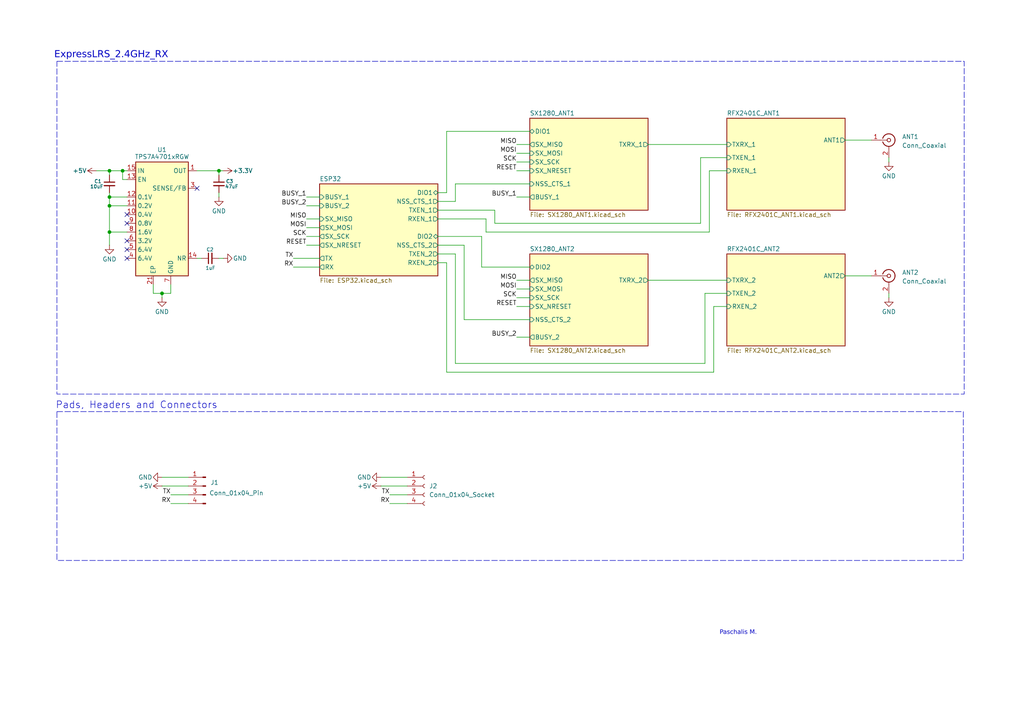
<source format=kicad_sch>
(kicad_sch (version 20250114) (generator "eeschema") (generator_version "9.0")
  (paper "A4")
  (title_block (title "TD1_2.4GHz True Antenna Diversity RX Boards - Version 1") (date "2025-02-23") (rev "1.0") (company "https://github.com/Paschalis | TeodoraMiu") (comment 3 "The receiver utilizes two independent Semtech LoRa chips."))
  (lib_symbols
    (symbol "Connector:Conn_01x04_Pin" (pin_names (offset 1.016) (hide yes))
      (property "Reference" "J" (at 0 5.08 0))
      (property "Value" "Conn_01x04_Pin" (at 0 -7.62 0))
      (symbol "Conn_01x04_Pin_1_1"
        (rectangle (start 0.8636 2.667) (end 0 2.413) (stroke (width 0.1524)) (fill (type outline)))
        (rectangle (start 0.8636 0.127) (end 0 -0.127) (stroke (width 0.1524)) (fill (type outline)))
        (rectangle (start 0.8636 -2.413) (end 0 -2.667) (stroke (width 0.1524)) (fill (type outline)))
        (rectangle (start 0.8636 -4.953) (end 0 -5.207) (stroke (width 0.1524)) (fill (type outline)))
        (polyline (pts (xy 1.27 2.54) (xy 0.8636 2.54)) (stroke (width 0.1524)))
        (polyline (pts (xy 1.27 0) (xy 0.8636 0)) (stroke (width 0.1524)))
        (polyline (pts (xy 1.27 -2.54) (xy 0.8636 -2.54)) (stroke (width 0.1524)))
        (polyline (pts (xy 1.27 -5.08) (xy 0.8636 -5.08)) (stroke (width 0.1524)))
        (pin passive line (at 5.08 2.54 180) (length 3.81) (name "Pin_1") (number "1"))
        (pin passive line (at 5.08 0 180) (length 3.81) (name "Pin_2") (number "2"))
        (pin passive line (at 5.08 -2.54 180) (length 3.81) (name "Pin_3") (number "3"))
        (pin passive line (at 5.08 -5.08 180) (length 3.81) (name "Pin_4") (number "4"))
      )
    )
    (symbol "Connector:Conn_01x04_Socket" (pin_names (offset 1.016) (hide yes))
      (property "Reference" "J" (at 0 5.08 0))
      (property "Value" "Conn_01x04_Socket" (at 0 -7.62 0))
      (symbol "Conn_01x04_Socket_1_1"
        (polyline (pts (xy -1.27 2.54) (xy -0.508 2.54)) (stroke (width 0.1524)))
        (polyline (pts (xy -1.27 0) (xy -0.508 0)) (stroke (width 0.1524)))
        (polyline (pts (xy -1.27 -2.54) (xy -0.508 -2.54)) (stroke (width 0.1524)))
        (polyline (pts (xy -1.27 -5.08) (xy -0.508 -5.08)) (stroke (width 0.1524)))
        (arc (start 0 2.032) (mid -0.5058 2.54) (end 0 3.048) (stroke (width 0.1524)))
        (arc (start 0 -0.508) (mid -0.5058 0) (end 0 0.508) (stroke (width 0.1524)))
        (arc (start 0 -3.048) (mid -0.5058 -2.54) (end 0 -2.032) (stroke (width 0.1524)))
        (arc (start 0 -5.588) (mid -0.5058 -5.08) (end 0 -4.572) (stroke (width 0.1524)))
        (pin passive line (at -5.08 2.54 0) (length 3.81) (name "Pin_1") (number "1"))
        (pin passive line (at -5.08 0 0) (length 3.81) (name "Pin_2") (number "2"))
        (pin passive line (at -5.08 -2.54 0) (length 3.81) (name "Pin_3") (number "3"))
        (pin passive line (at -5.08 -5.08 0) (length 3.81) (name "Pin_4") (number "4"))
      )
    )
    (symbol "Connector:Conn_Coaxial" (pin_names (offset 1.016) (hide yes))
      (property "Reference" "J" (at 0.254 3.048 0))
      (property "Value" "Conn_Coaxial" (at 2.921 0 90))
      (symbol "Conn_Coaxial_0_1"
        (polyline (pts (xy -2.54 0) (xy -0.508 0)))
        (arc (start 1.778 0) (mid 0.222 -1.8079) (end -1.778 -0.508) (stroke (width 0.254)))
        (arc (start -1.778 0.508) (mid 0.2221 1.8084) (end 1.778 0) (stroke (width 0.254)))
        (circle (center 0 0) (radius 0.508) (stroke (width 0.2032)))
        (polyline (pts (xy 0 -2.54) (xy 0 -1.778)))
      )
      (symbol "Conn_Coaxial_1_1"
        (pin passive line (at -5.08 0 0) (length 2.54) (name "In") (number "1"))
        (pin passive line (at 0 -5.08 90) (length 2.54) (name "Ext") (number "2"))
      )
    )
    (symbol "Device:C_Small" (pin_numbers (hide yes)) (pin_names (offset 0.254) (hide yes))
      (property "Reference" "C" (at 0.254 1.778 0))
      (property "Value" "C_Small" (at 0.254 -2.032 0))
      (symbol "C_Small_0_1"
        (polyline (pts (xy -1.524 0.508) (xy 1.524 0.508)) (stroke (width 0.3048)))
        (polyline (pts (xy -1.524 -0.508) (xy 1.524 -0.508)) (stroke (width 0.3302)))
      )
      (symbol "C_Small_1_1"
        (pin passive line (at 0 2.54 270) (length 2.032) (name "~") (number "1"))
        (pin passive line (at 0 -2.54 90) (length 2.032) (name "~") (number "2"))
      )
    )
    (symbol "Regulator_Linear:TPS7A4701xRGW"
      (property "Reference" "U" (at -6.35 19.05 0))
      (property "Value" "TPS7A4701xRGW" (at 3.81 19.05 0))
      (symbol "TPS7A4701xRGW_0_1"
        (rectangle (start -7.62 17.78) (end 7.62 -15.24) (stroke (width 0.254)) (fill (type background)))
      )
      (symbol "TPS7A4701xRGW_1_1"
        (pin power_in line (at -10.16 15.24 0) (length 2.54) (name "IN") (number "15"))
        (pin passive line (at -10.16 15.24 0) (length 2.54) (hide yes) (name "IN") (number "16"))
        (pin input line (at -10.16 12.7 0) (length 2.54) (name "EN") (number "13"))
        (pin input line (at -10.16 7.62 0) (length 2.54) (name "0.1V") (number "12"))
        (pin input line (at -10.16 5.08 0) (length 2.54) (name "0.2V") (number "11"))
        (pin input line (at -10.16 2.54 0) (length 2.54) (name "0.4V") (number "10"))
        (pin input line (at -10.16 0 0) (length 2.54) (name "0.8V") (number "9"))
        (pin input line (at -10.16 -2.54 0) (length 2.54) (name "1.6V") (number "8"))
        (pin input line (at -10.16 -5.08 0) (length 2.54) (name "3.2V") (number "6"))
        (pin input line (at -10.16 -7.62 0) (length 2.54) (name "6.4V") (number "5"))
        (pin input line (at -10.16 -10.16 0) (length 2.54) (name "6.4V") (number "4"))
        (pin passive line (at -2.54 -17.78 90) (length 2.54) (name "EP") (number "21"))
        (pin power_in line (at 2.54 -17.78 90) (length 2.54) (name "GND") (number "7"))
        (pin power_out line (at 10.16 15.24 180) (length 2.54) (name "OUT") (number "1"))
        (pin power_out line (at 10.16 15.24 180) (length 2.54) (hide yes) (name "OUT") (number "20"))
        (pin input line (at 10.16 10.16 180) (length 2.54) (name "SENSE/FB") (number "3"))
        (pin passive line (at 10.16 -10.16 180) (length 2.54) (name "NR") (number "14"))
      )
    )
    (symbol "power:+3.3V" (power) (pin_numbers (hide yes)) (pin_names (offset 0) (hide yes))
      (property "Value" "+3.3V" (at 0 3.556 0))
      (symbol "+3.3V_0_1"
        (polyline (pts (xy -0.762 1.27) (xy 0 2.54)))
        (polyline (pts (xy 0 2.54) (xy 0.762 1.27)))
        (polyline (pts (xy 0 0) (xy 0 2.54)))
      )
      (symbol "+3.3V_1_1"
        (pin power_in line (at 0 0 90) (length 0) (name "~") (number "1"))
      )
    )
    (symbol "power:+5V" (power) (pin_numbers (hide yes)) (pin_names (offset 0) (hide yes))
      (property "Value" "+5V" (at 0 3.556 0))
      (symbol "+5V_0_1"
        (polyline (pts (xy -0.762 1.27) (xy 0 2.54)))
        (polyline (pts (xy 0 2.54) (xy 0.762 1.27)))
        (polyline (pts (xy 0 0) (xy 0 2.54)))
      )
      (symbol "+5V_1_1"
        (pin power_in line (at 0 0 90) (length 0) (name "~") (number "1"))
      )
    )
    (symbol "power:GND" (power) (pin_numbers (hide yes)) (pin_names (offset 0) (hide yes))
      (property "Value" "GND" (at 0 -3.81 0))
      (symbol "GND_0_1"
        (polyline (pts (xy 0 0) (xy 0 -1.27) (xy 1.27 -1.27) (xy 0 -2.54) (xy -1.27 -1.27) (xy 0 -1.27)))
      )
      (symbol "GND_1_1"
        (pin power_in line (at 0 0 270) (length 0) (name "~") (number "1"))
      )
    )
  )
  (rectangle (start 16.51 17.78) (end 279.654 114.3) (stroke (width 0) (type dash)))
  (rectangle (start 16.51 119.38) (end 279.4 162.56) (stroke (width 0) (type dash)))
  (text "Pads, Headers and Connectors" (at 39.624 117.602 0) (effects (font (size 2 2))))
  (text "ExpressLRS_2.4GHz_RX" (at 32.258 16.51 0) (effects (font (size 2 2) (thickness 0.2938))))
  (text "Paschalis M." (at 214.122 183.896 0) (effects (font (size 1.27 1.27))))
  (junction (at 31.75 57.15))
  (junction (at 31.75 67.31))
  (junction (at 31.75 49.53))
  (junction (at 63.5 49.53))
  (junction (at 35.56 49.53))
  (junction (at 46.99 85.09))
  (junction (at 31.75 59.69))
  (no_connect (at 36.83 69.85))
  (no_connect (at 36.83 64.77))
  (no_connect (at 36.83 74.93))
  (no_connect (at 36.83 72.39))
  (no_connect (at 36.83 62.23))
  (no_connect (at 57.15 54.61))
  (wire (pts (xy 207.01 107.95) (xy 129.54 107.95)))
  (wire (pts (xy 204.47 105.41) (xy 204.47 85.09)))
  (wire (pts (xy 149.86 88.9) (xy 153.67 88.9)))
  (wire (pts (xy 149.86 86.36) (xy 153.67 86.36)))
  (wire (pts (xy 132.08 73.66) (xy 132.08 105.41)))
  (wire (pts (xy 149.86 44.45) (xy 153.67 44.45)))
  (wire (pts (xy 110.49 140.97) (xy 118.11 140.97)))
  (wire (pts (xy 88.9 68.58) (xy 92.71 68.58)))
  (wire (pts (xy 113.03 146.05) (xy 118.11 146.05)))
  (wire (pts (xy 27.94 49.53) (xy 31.75 49.53)))
  (wire (pts (xy 36.83 57.15) (xy 31.75 57.15)))
  (wire (pts (xy 210.82 88.9) (xy 207.01 88.9)))
  (wire (pts (xy 143.51 64.77) (xy 203.2 64.77)))
  (wire (pts (xy 46.99 86.36) (xy 46.99 85.09)))
  (wire (pts (xy 204.47 85.09) (xy 210.82 85.09)))
  (wire (pts (xy 88.9 66.04) (xy 92.71 66.04)))
  (wire (pts (xy 149.86 57.15) (xy 153.67 57.15)))
  (wire (pts (xy 31.75 57.15) (xy 31.75 59.69)))
  (wire (pts (xy 85.09 77.47) (xy 92.71 77.47)))
  (wire (pts (xy 129.54 38.1) (xy 153.67 38.1)))
  (wire (pts (xy 113.03 143.51) (xy 118.11 143.51)))
  (wire (pts (xy 31.75 59.69) (xy 31.75 67.31)))
  (wire (pts (xy 31.75 55.88) (xy 31.75 57.15)))
  (wire (pts (xy 140.97 67.31) (xy 205.74 67.31)))
  (wire (pts (xy 31.75 59.69) (xy 36.83 59.69)))
  (wire (pts (xy 88.9 57.15) (xy 92.71 57.15)))
  (wire (pts (xy 143.51 60.96) (xy 143.51 64.77)))
  (wire (pts (xy 245.11 80.01) (xy 252.73 80.01)))
  (wire (pts (xy 63.5 50.8) (xy 63.5 49.53)))
  (wire (pts (xy 127 63.5) (xy 140.97 63.5)))
  (wire (pts (xy 63.5 49.53) (xy 64.77 49.53)))
  (wire (pts (xy 149.86 41.91) (xy 153.67 41.91)))
  (wire (pts (xy 46.99 140.97) (xy 54.61 140.97)))
  (wire (pts (xy 49.53 143.51) (xy 54.61 143.51)))
  (wire (pts (xy 245.11 40.64) (xy 252.73 40.64)))
  (wire (pts (xy 257.81 45.72) (xy 257.81 46.99)))
  (wire (pts (xy 205.74 67.31) (xy 205.74 49.53)))
  (wire (pts (xy 127 55.88) (xy 129.54 55.88)))
  (wire (pts (xy 139.7 77.47) (xy 153.67 77.47)))
  (wire (pts (xy 187.96 81.28) (xy 210.82 81.28)))
  (wire (pts (xy 203.2 45.72) (xy 210.82 45.72)))
  (wire (pts (xy 49.53 85.09) (xy 49.53 82.55)))
  (wire (pts (xy 127 68.58) (xy 139.7 68.58)))
  (wire (pts (xy 127 60.96) (xy 143.51 60.96)))
  (wire (pts (xy 44.45 82.55) (xy 44.45 85.09)))
  (wire (pts (xy 129.54 55.88) (xy 129.54 38.1)))
  (wire (pts (xy 88.9 59.69) (xy 92.71 59.69)))
  (wire (pts (xy 207.01 88.9) (xy 207.01 107.95)))
  (wire (pts (xy 110.49 138.43) (xy 118.11 138.43)))
  (wire (pts (xy 149.86 83.82) (xy 153.67 83.82)))
  (wire (pts (xy 88.9 71.12) (xy 92.71 71.12)))
  (wire (pts (xy 85.09 74.93) (xy 92.71 74.93)))
  (wire (pts (xy 127 71.12) (xy 134.62 71.12)))
  (wire (pts (xy 257.81 85.09) (xy 257.81 86.36)))
  (wire (pts (xy 127 73.66) (xy 132.08 73.66)))
  (wire (pts (xy 187.96 41.91) (xy 210.82 41.91)))
  (wire (pts (xy 153.67 53.34) (xy 132.08 53.34)))
  (wire (pts (xy 36.83 52.07) (xy 35.56 52.07)))
  (wire (pts (xy 132.08 53.34) (xy 132.08 58.42)))
  (wire (pts (xy 203.2 64.77) (xy 203.2 45.72)))
  (wire (pts (xy 149.86 49.53) (xy 153.67 49.53)))
  (wire (pts (xy 31.75 49.53) (xy 31.75 50.8)))
  (wire (pts (xy 46.99 85.09) (xy 49.53 85.09)))
  (wire (pts (xy 139.7 68.58) (xy 139.7 77.47)))
  (wire (pts (xy 149.86 81.28) (xy 153.67 81.28)))
  (wire (pts (xy 31.75 67.31) (xy 36.83 67.31)))
  (wire (pts (xy 49.53 146.05) (xy 54.61 146.05)))
  (wire (pts (xy 46.99 138.43) (xy 54.61 138.43)))
  (wire (pts (xy 44.45 85.09) (xy 46.99 85.09)))
  (wire (pts (xy 127 58.42) (xy 132.08 58.42)))
  (wire (pts (xy 63.5 74.93) (xy 64.77 74.93)))
  (wire (pts (xy 31.75 67.31) (xy 31.75 71.12)))
  (wire (pts (xy 31.75 49.53) (xy 35.56 49.53)))
  (wire (pts (xy 149.86 97.79) (xy 153.67 97.79)))
  (wire (pts (xy 205.74 49.53) (xy 210.82 49.53)))
  (wire (pts (xy 129.54 76.2) (xy 127 76.2)))
  (wire (pts (xy 129.54 107.95) (xy 129.54 76.2)))
  (wire (pts (xy 35.56 52.07) (xy 35.56 49.53)))
  (wire (pts (xy 149.86 46.99) (xy 153.67 46.99)))
  (wire (pts (xy 132.08 105.41) (xy 204.47 105.41)))
  (wire (pts (xy 134.62 92.71) (xy 153.67 92.71)))
  (wire (pts (xy 35.56 49.53) (xy 36.83 49.53)))
  (wire (pts (xy 57.15 74.93) (xy 58.42 74.93)))
  (wire (pts (xy 57.15 49.53) (xy 63.5 49.53)))
  (wire (pts (xy 140.97 63.5) (xy 140.97 67.31)))
  (wire (pts (xy 88.9 63.5) (xy 92.71 63.5)))
  (wire (pts (xy 63.5 55.88) (xy 63.5 57.15)))
  (wire (pts (xy 134.62 71.12) (xy 134.62 92.71)))
  (image (at 110.49 66.04) (scale 0.182964))
  (label "TX" (at 113.03 143.51 180))
  (label "BUSY_1" (at 88.9 57.15 180))
  (label "MISO" (at 149.86 81.28 180))
  (label "MISO" (at 88.9 63.5 180))
  (label "MISO" (at 149.86 41.91 180))
  (label "SCK" (at 88.9 68.58 180))
  (label "SCK" (at 149.86 46.99 180))
  (label "BUSY_2" (at 88.9 59.69 180))
  (label "BUSY_2" (at 149.86 97.79 180))
  (label "TX" (at 85.09 74.93 180))
  (label "RX" (at 49.53 146.05 180))
  (label "TX" (at 49.53 143.51 180))
  (label "BUSY_1" (at 149.86 57.15 180))
  (label "RESET" (at 149.86 88.9 180))
  (label "RESET" (at 149.86 49.53 180))
  (label "RX" (at 113.03 146.05 180))
  (label "MOSI" (at 88.9 66.04 180))
  (label "RX" (at 85.09 77.47 180))
  (label "SCK" (at 149.86 86.36 180))
  (label "MOSI" (at 149.86 83.82 180))
  (label "MOSI" (at 149.86 44.45 180))
  (label "RESET" (at 88.9 71.12 180))
  (symbol (lib_id "power:GND") (at 46.99 138.43 270) (mirror x) (unit 1)
    (property "Reference" "#PWR9" (effects (hide yes)))
    (property "Value" "GND" (at 44.196 138.43 90) (effects (justify right)))
    (property "Description" "Power symbol creates a global label with name \"GND\" , ground" (effects (hide yes)))
  )
  (symbol (lib_id "Connector:Conn_Coaxial") (at 257.81 80.01 0) (unit 1)
    (property "Reference" "ANT2" (at 261.62 79.0331 0) (effects (justify left)))
    (property "Value" "Conn_Coaxial" (at 261.62 81.5731 0) (effects (justify left)))
    (property "Footprint" "Connector_Coaxial:U.FL_Hirose_U.FL-R-SMT-1_Vertical" (effects (hide yes)))
    (property "Description" "coaxial connector (BNC, SMA, SMB, SMC, Cinch/RCA, LEMO, ...)" (effects (hide yes)))
  )
  (symbol (lib_id "Connector:Conn_Coaxial") (at 257.81 40.64 0) (unit 1)
    (property "Reference" "ANT1" (at 261.62 39.6631 0) (effects (justify left)))
    (property "Value" "Conn_Coaxial" (at 261.62 42.2031 0) (effects (justify left)))
    (property "Footprint" "Connector_Coaxial:U.FL_Hirose_U.FL-R-SMT-1_Vertical" (effects (hide yes)))
    (property "Description" "coaxial connector (BNC, SMA, SMB, SMC, Cinch/RCA, LEMO, ...)" (effects (hide yes)))
  )
  (symbol (lib_id "power:GND") (at 257.81 46.99 0) (unit 1)
    (property "Reference" "#PWR07" (effects (hide yes)))
    (property "Value" "GND" (at 257.81 51.054 0))
    (property "Description" "Power symbol creates a global label with name \"GND\" , ground" (effects (hide yes)))
  )
  (symbol (lib_id "power:+5V") (at 110.49 140.97 90) (unit 1)
    (property "Reference" "#PWR12" (effects (hide yes)))
    (property "Value" "+5V" (at 107.696 140.97 90) (effects (justify left)))
    (property "Description" "Power symbol creates a global label with name \"+5V\"" (effects (hide yes)))
  )
  (symbol (lib_id "Regulator_Linear:TPS7A4701xRGW") (at 46.99 64.77 0) (unit 1)
    (property "Reference" "U1" (at 46.99 43.434 0))
    (property "Value" "TPS7A4701xRGW" (at 46.99 45.466 0))
    (property "Footprint" "Package_DFN_QFN:Texas_RGW0020A_VQFN-20-1EP_5x5mm_P0.65mm_EP3.15x3.15mm_ThermalVias" (effects (hide yes)))
    (property "Datasheet" "https://www.ti.com/lit/ds/symlink/tps7a47.pdf" (effects (hide yes)))
    (property "Description" "1A, Low-Noise Low-Dropout Voltage Regulator, 3-35V Input, Adjustable 1.4-34V Output, VQFN-20" (effects (hide yes)))
  )
  (symbol (lib_id "power:GND") (at 257.81 86.36 0) (unit 1)
    (property "Reference" "#PWR08" (effects (hide yes)))
    (property "Value" "GND" (at 257.81 90.424 0))
    (property "Description" "Power symbol creates a global label with name \"GND\" , ground" (effects (hide yes)))
  )
  (symbol (lib_id "power:GND") (at 31.75 71.12 0) (unit 1)
    (property "Reference" "#PWR02" (effects (hide yes)))
    (property "Value" "GND" (at 31.75 75.184 0))
    (property "Description" "Power symbol creates a global label with name \"GND\" , ground" (effects (hide yes)))
  )
  (symbol (lib_id "Device:C_Small") (at 31.75 53.34 0) (mirror y) (unit 1)
    (property "Reference" "C1" (at 29.464 52.578 0) (effects (font (size 1 1)) (justify left)))
    (property "Value" "10uF" (at 29.972 54.102 0) (effects (font (size 1 1)) (justify left)))
    (property "Footprint" "Capacitor_SMD:C_0603_1608Metric_Pad1.08x0.95mm_HandSolder" (effects (hide yes)))
    (property "Description" "Unpolarized capacitor, small symbol" (effects (hide yes)))
  )
  (symbol (lib_id "power:GND") (at 63.5 57.15 0) (unit 1)
    (property "Reference" "#PWR04" (effects (hide yes)))
    (property "Value" "GND" (at 63.5 61.214 0))
    (property "Description" "Power symbol creates a global label with name \"GND\" , ground" (effects (hide yes)))
  )
  (symbol (lib_id "power:+3.3V") (at 64.77 49.53 270) (unit 1)
    (property "Reference" "#PWR05" (effects (hide yes)))
    (property "Value" "+3.3V" (at 70.358 49.53 90))
    (property "Description" "Power symbol creates a global label with name \"+3.3V\"" (effects (hide yes)))
  )
  (symbol (lib_id "power:GND") (at 110.49 138.43 270) (mirror x) (unit 1)
    (property "Reference" "#PWR11" (effects (hide yes)))
    (property "Value" "GND" (at 107.696 138.43 90) (effects (justify right)))
    (property "Description" "Power symbol creates a global label with name \"GND\" , ground" (effects (hide yes)))
  )
  (symbol (lib_id "power:GND") (at 46.99 86.36 0) (unit 1)
    (property "Reference" "#PWR03" (effects (hide yes)))
    (property "Value" "GND" (at 49.022 90.424 0) (effects (justify right)))
    (property "Description" "Power symbol creates a global label with name \"GND\" , ground" (effects (hide yes)))
  )
  (symbol (lib_id "Connector:Conn_01x04_Socket") (at 123.19 140.97 0) (unit 1)
    (property "Reference" "J2" (at 124.46 140.9699 0) (effects (justify left)))
    (property "Value" "Conn_01x04_Socket" (at 124.46 143.5099 0) (effects (justify left)))
    (property "Footprint" "Connector_Harwin:Harwin_M20-89004xx_1x04_P2.54mm_Horizontal" (effects (hide yes)))
    (property "Description" "Generic connector, single row, 01x04, script generated" (effects (hide yes)))
  )
  (symbol (lib_id "Device:C_Small") (at 63.5 53.34 0) (unit 1)
    (property "Reference" "C3" (at 65.532 52.578 0) (effects (font (size 1 1)) (justify left)))
    (property "Value" "47uF" (at 65.278 54.102 0) (effects (font (size 1 1)) (justify left)))
    (property "Footprint" "Capacitor_SMD:C_0603_1608Metric_Pad1.08x0.95mm_HandSolder" (effects (hide yes)))
    (property "Description" "Unpolarized capacitor, small symbol" (effects (hide yes)))
  )
  (symbol (lib_id "power:+5V") (at 27.94 49.53 90) (unit 1)
    (property "Reference" "#PWR01" (effects (hide yes)))
    (property "Value" "+5V" (at 25.146 49.53 90) (effects (justify left)))
    (property "Description" "Power symbol creates a global label with name \"+5V\"" (effects (hide yes)))
  )
  (symbol (lib_id "power:+5V") (at 46.99 140.97 90) (unit 1)
    (property "Reference" "#PWR10" (effects (hide yes)))
    (property "Value" "+5V" (at 44.196 140.97 90) (effects (justify left)))
    (property "Description" "Power symbol creates a global label with name \"+5V\"" (effects (hide yes)))
  )
  (symbol (lib_id "power:GND") (at 64.77 74.93 90) (unit 1)
    (property "Reference" "#PWR06" (effects (hide yes)))
    (property "Value" "GND" (at 67.564 74.93 90) (effects (justify right)))
    (property "Description" "Power symbol creates a global label with name \"GND\" , ground" (effects (hide yes)))
  )
  (symbol (lib_id "Device:C_Small") (at 60.96 74.93 90) (unit 1)
    (property "Reference" "C2" (at 61.976 72.39 90) (effects (font (size 1 1)) (justify left)))
    (property "Value" "1uF" (at 62.484 77.724 90) (effects (font (size 1 1)) (justify left)))
    (property "Footprint" "Capacitor_SMD:C_0603_1608Metric_Pad1.08x0.95mm_HandSolder" (effects (hide yes)))
    (property "Description" "Unpolarized capacitor, small symbol" (effects (hide yes)))
  )
  (symbol (lib_id "Connector:Conn_01x04_Pin") (at 59.69 140.97 0) (mirror y) (unit 1)
    (property "Reference" "J1" (at 62.23 139.954 0))
    (property "Value" "Conn_01x04_Pin" (at 68.58 143.002 0))
    (property "Footprint" "Connector_JST:JST_GH_SM04B-GHS-TB_1x04-1MP_P1.25mm_Horizontal" (effects (hide yes)))
    (property "Description" "Generic connector, single row, 01x04, script generated" (effects (hide yes)))
  )
  (sheet (at 210.82 34.29) (size 34.29 26.67) (stroke (width 0.25) (color 132 0 0 1)) (fill (color 255 255 194 1.0000))
    (property "Sheetname" "RFX2401C_ANT1" (at 210.82 33.5784 0) (effects (justify left bottom)))
    (property "Sheetfile" "RFX2401C_ANT1.kicad_sch" (at 210.82 61.5446 0) (effects (justify left top)))
    (pin "TXRX_1" input (at 210.82 41.91 180))
    (pin "TXEN_1" input (at 210.82 45.72 180))
    (pin "RXEN_1" input (at 210.82 49.53 180))
    (pin "ANT1" output (at 245.11 40.64 0))
  )
  (sheet (at 153.67 34.29) (size 34.29 26.67) (stroke (width 0.25) (color 132 0 0 1)) (fill (color 255 255 194 1.0000))
    (property "Sheetname" "SX1280_ANT1" (at 153.67 33.5784 0) (effects (justify left bottom)))
    (property "Sheetfile" "SX1280_ANT1.kicad_sch" (at 153.67 61.5446 0) (effects (justify left top)))
    (pin "TXRX_1" output (at 187.96 41.91 0))
    (pin "DIO1" bidirectional (at 153.67 38.1 180))
    (pin "SX_NRESET" input (at 153.67 49.53 180))
    (pin "SX_MISO" output (at 153.67 41.91 180))
    (pin "SX_SCK" input (at 153.67 46.99 180))
    (pin "SX_MOSI" input (at 153.67 44.45 180))
    (pin "BUSY_1" output (at 153.67 57.15 180))
    (pin "NSS_CTS_1" input (at 153.67 53.34 180))
  )
  (sheet (at 92.71 53.34) (size 34.29 26.67) (stroke (width 0.25) (color 132 0 0 1)) (fill (color 255 255 194 1.0000))
    (property "Sheetname" "ESP32" (at 92.71 52.6284 0) (effects (justify left bottom)))
    (property "Sheetfile" "ESP32.kicad_sch" (at 92.71 80.5946 0) (effects (justify left top)))
    (pin "NSS_CTS_2" output (at 127 71.12 0))
    (pin "RXEN_2" output (at 127 76.2 0))
    (pin "RXEN_1" output (at 127 63.5 0))
    (pin "TXEN_1" output (at 127 60.96 0))
    (pin "TXEN_2" output (at 127 73.66 0))
    (pin "RX" output (at 92.71 77.47 180))
    (pin "TX" output (at 92.71 74.93 180))
    (pin "SX_MISO" input (at 92.71 63.5 180))
    (pin "NSS_CTS_1" output (at 127 58.42 0))
    (pin "SX_MOSI" output (at 92.71 66.04 180))
    (pin "DIO2" bidirectional (at 127 68.58 0))
    (pin "SX_NRESET" output (at 92.71 71.12 180))
    (pin "SX_SCK" output (at 92.71 68.58 180))
    (pin "BUSY_2" input (at 92.71 59.69 180))
    (pin "BUSY_1" input (at 92.71 57.15 180))
    (pin "DIO1" bidirectional (at 127 55.88 0))
  )
  (sheet (at 210.82 73.66) (size 34.29 26.67) (stroke (width 0.25) (color 132 0 0 1)) (fill (color 255 255 194 1.0000))
    (property "Sheetname" "RFX2401C_ANT2" (at 210.82 72.9484 0) (effects (justify left bottom)))
    (property "Sheetfile" "RFX2401C_ANT2.kicad_sch" (at 210.82 100.9146 0) (effects (justify left top)))
    (pin "TXRX_2" input (at 210.82 81.28 180))
    (pin "TXEN_2" input (at 210.82 85.09 180))
    (pin "RXEN_2" input (at 210.82 88.9 180))
    (pin "ANT2" output (at 245.11 80.01 0))
  )
  (sheet (at 153.67 73.66) (size 34.29 26.67) (stroke (width 0.25) (color 132 0 0 1)) (fill (color 255 255 194 1.0000))
    (property "Sheetname" "SX1280_ANT2" (at 153.67 72.9484 0) (effects (justify left bottom)))
    (property "Sheetfile" "SX1280_ANT2.kicad_sch" (at 153.67 100.9146 0) (effects (justify left top)))
    (pin "TXRX_2" output (at 187.96 81.28 0))
    (pin "SX_NRESET" input (at 153.67 88.9 180))
    (pin "BUSY_2" output (at 153.67 97.79 180))
    (pin "SX_MISO" output (at 153.67 81.28 180))
    (pin "SX_MOSI" input (at 153.67 83.82 180))
    (pin "SX_SCK" input (at 153.67 86.36 180))
    (pin "NSS_CTS_2" input (at 153.67 92.71 180))
    (pin "DIO2" bidirectional (at 153.67 77.47 180))
  )
)
</source>
